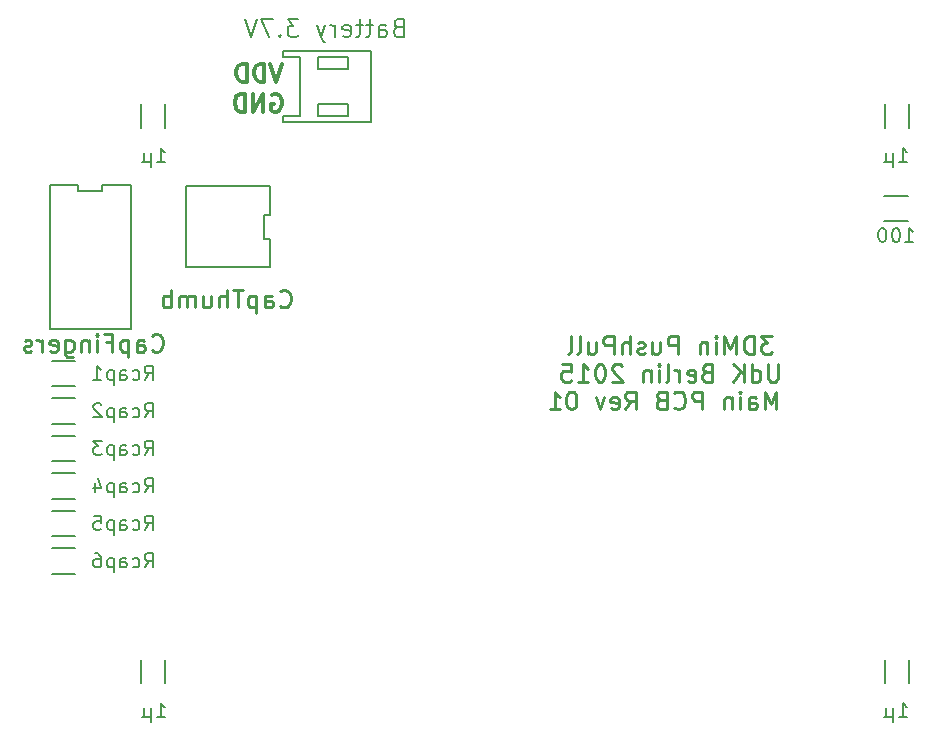
<source format=gbr>
G04 #@! TF.FileFunction,Legend,Bot*
%FSLAX46Y46*%
G04 Gerber Fmt 4.6, Leading zero omitted, Abs format (unit mm)*
G04 Created by KiCad (PCBNEW (2015-05-13 BZR 5653)-product) date Tue 26 May 2015 04:41:06 PM CEST*
%MOMM*%
G01*
G04 APERTURE LIST*
%ADD10C,0.100000*%
%ADD11C,0.300000*%
%ADD12C,0.250000*%
%ADD13C,0.150000*%
%ADD14C,0.200000*%
G04 APERTURE END LIST*
D10*
D11*
X116077857Y-57670000D02*
X116220714Y-57598571D01*
X116435000Y-57598571D01*
X116649285Y-57670000D01*
X116792143Y-57812857D01*
X116863571Y-57955714D01*
X116935000Y-58241429D01*
X116935000Y-58455714D01*
X116863571Y-58741429D01*
X116792143Y-58884286D01*
X116649285Y-59027143D01*
X116435000Y-59098571D01*
X116292143Y-59098571D01*
X116077857Y-59027143D01*
X116006428Y-58955714D01*
X116006428Y-58455714D01*
X116292143Y-58455714D01*
X115363571Y-59098571D02*
X115363571Y-57598571D01*
X114506428Y-59098571D01*
X114506428Y-57598571D01*
X113792142Y-59098571D02*
X113792142Y-57598571D01*
X113434999Y-57598571D01*
X113220714Y-57670000D01*
X113077856Y-57812857D01*
X113006428Y-57955714D01*
X112934999Y-58241429D01*
X112934999Y-58455714D01*
X113006428Y-58741429D01*
X113077856Y-58884286D01*
X113220714Y-59027143D01*
X113434999Y-59098571D01*
X113792142Y-59098571D01*
X116935000Y-55058571D02*
X116435000Y-56558571D01*
X115935000Y-55058571D01*
X115435000Y-56558571D02*
X115435000Y-55058571D01*
X115077857Y-55058571D01*
X114863572Y-55130000D01*
X114720714Y-55272857D01*
X114649286Y-55415714D01*
X114577857Y-55701429D01*
X114577857Y-55915714D01*
X114649286Y-56201429D01*
X114720714Y-56344286D01*
X114863572Y-56487143D01*
X115077857Y-56558571D01*
X115435000Y-56558571D01*
X113935000Y-56558571D02*
X113935000Y-55058571D01*
X113577857Y-55058571D01*
X113363572Y-55130000D01*
X113220714Y-55272857D01*
X113149286Y-55415714D01*
X113077857Y-55701429D01*
X113077857Y-55915714D01*
X113149286Y-56201429D01*
X113220714Y-56344286D01*
X113363572Y-56487143D01*
X113577857Y-56558571D01*
X113935000Y-56558571D01*
D12*
X158439285Y-78108571D02*
X157510714Y-78108571D01*
X158010714Y-78680000D01*
X157796428Y-78680000D01*
X157653571Y-78751429D01*
X157582142Y-78822857D01*
X157510714Y-78965714D01*
X157510714Y-79322857D01*
X157582142Y-79465714D01*
X157653571Y-79537143D01*
X157796428Y-79608571D01*
X158225000Y-79608571D01*
X158367857Y-79537143D01*
X158439285Y-79465714D01*
X156867857Y-79608571D02*
X156867857Y-78108571D01*
X156510714Y-78108571D01*
X156296429Y-78180000D01*
X156153571Y-78322857D01*
X156082143Y-78465714D01*
X156010714Y-78751429D01*
X156010714Y-78965714D01*
X156082143Y-79251429D01*
X156153571Y-79394286D01*
X156296429Y-79537143D01*
X156510714Y-79608571D01*
X156867857Y-79608571D01*
X155367857Y-79608571D02*
X155367857Y-78108571D01*
X154867857Y-79180000D01*
X154367857Y-78108571D01*
X154367857Y-79608571D01*
X153653571Y-79608571D02*
X153653571Y-78608571D01*
X153653571Y-78108571D02*
X153725000Y-78180000D01*
X153653571Y-78251429D01*
X153582143Y-78180000D01*
X153653571Y-78108571D01*
X153653571Y-78251429D01*
X152939285Y-78608571D02*
X152939285Y-79608571D01*
X152939285Y-78751429D02*
X152867857Y-78680000D01*
X152724999Y-78608571D01*
X152510714Y-78608571D01*
X152367857Y-78680000D01*
X152296428Y-78822857D01*
X152296428Y-79608571D01*
X150439285Y-79608571D02*
X150439285Y-78108571D01*
X149867857Y-78108571D01*
X149724999Y-78180000D01*
X149653571Y-78251429D01*
X149582142Y-78394286D01*
X149582142Y-78608571D01*
X149653571Y-78751429D01*
X149724999Y-78822857D01*
X149867857Y-78894286D01*
X150439285Y-78894286D01*
X148296428Y-78608571D02*
X148296428Y-79608571D01*
X148939285Y-78608571D02*
X148939285Y-79394286D01*
X148867857Y-79537143D01*
X148724999Y-79608571D01*
X148510714Y-79608571D01*
X148367857Y-79537143D01*
X148296428Y-79465714D01*
X147653571Y-79537143D02*
X147510714Y-79608571D01*
X147224999Y-79608571D01*
X147082142Y-79537143D01*
X147010714Y-79394286D01*
X147010714Y-79322857D01*
X147082142Y-79180000D01*
X147224999Y-79108571D01*
X147439285Y-79108571D01*
X147582142Y-79037143D01*
X147653571Y-78894286D01*
X147653571Y-78822857D01*
X147582142Y-78680000D01*
X147439285Y-78608571D01*
X147224999Y-78608571D01*
X147082142Y-78680000D01*
X146367856Y-79608571D02*
X146367856Y-78108571D01*
X145724999Y-79608571D02*
X145724999Y-78822857D01*
X145796428Y-78680000D01*
X145939285Y-78608571D01*
X146153570Y-78608571D01*
X146296428Y-78680000D01*
X146367856Y-78751429D01*
X145010713Y-79608571D02*
X145010713Y-78108571D01*
X144439285Y-78108571D01*
X144296427Y-78180000D01*
X144224999Y-78251429D01*
X144153570Y-78394286D01*
X144153570Y-78608571D01*
X144224999Y-78751429D01*
X144296427Y-78822857D01*
X144439285Y-78894286D01*
X145010713Y-78894286D01*
X142867856Y-78608571D02*
X142867856Y-79608571D01*
X143510713Y-78608571D02*
X143510713Y-79394286D01*
X143439285Y-79537143D01*
X143296427Y-79608571D01*
X143082142Y-79608571D01*
X142939285Y-79537143D01*
X142867856Y-79465714D01*
X141939284Y-79608571D02*
X142082142Y-79537143D01*
X142153570Y-79394286D01*
X142153570Y-78108571D01*
X141153570Y-79608571D02*
X141296428Y-79537143D01*
X141367856Y-79394286D01*
X141367856Y-78108571D01*
X158939284Y-80458571D02*
X158939284Y-81672857D01*
X158867856Y-81815714D01*
X158796427Y-81887143D01*
X158653570Y-81958571D01*
X158367856Y-81958571D01*
X158224998Y-81887143D01*
X158153570Y-81815714D01*
X158082141Y-81672857D01*
X158082141Y-80458571D01*
X156724998Y-81958571D02*
X156724998Y-80458571D01*
X156724998Y-81887143D02*
X156867855Y-81958571D01*
X157153569Y-81958571D01*
X157296427Y-81887143D01*
X157367855Y-81815714D01*
X157439284Y-81672857D01*
X157439284Y-81244286D01*
X157367855Y-81101429D01*
X157296427Y-81030000D01*
X157153569Y-80958571D01*
X156867855Y-80958571D01*
X156724998Y-81030000D01*
X156010712Y-81958571D02*
X156010712Y-80458571D01*
X155153569Y-81958571D02*
X155796426Y-81101429D01*
X155153569Y-80458571D02*
X156010712Y-81315714D01*
X152867855Y-81172857D02*
X152653569Y-81244286D01*
X152582141Y-81315714D01*
X152510712Y-81458571D01*
X152510712Y-81672857D01*
X152582141Y-81815714D01*
X152653569Y-81887143D01*
X152796427Y-81958571D01*
X153367855Y-81958571D01*
X153367855Y-80458571D01*
X152867855Y-80458571D01*
X152724998Y-80530000D01*
X152653569Y-80601429D01*
X152582141Y-80744286D01*
X152582141Y-80887143D01*
X152653569Y-81030000D01*
X152724998Y-81101429D01*
X152867855Y-81172857D01*
X153367855Y-81172857D01*
X151296427Y-81887143D02*
X151439284Y-81958571D01*
X151724998Y-81958571D01*
X151867855Y-81887143D01*
X151939284Y-81744286D01*
X151939284Y-81172857D01*
X151867855Y-81030000D01*
X151724998Y-80958571D01*
X151439284Y-80958571D01*
X151296427Y-81030000D01*
X151224998Y-81172857D01*
X151224998Y-81315714D01*
X151939284Y-81458571D01*
X150582141Y-81958571D02*
X150582141Y-80958571D01*
X150582141Y-81244286D02*
X150510713Y-81101429D01*
X150439284Y-81030000D01*
X150296427Y-80958571D01*
X150153570Y-80958571D01*
X149439284Y-81958571D02*
X149582142Y-81887143D01*
X149653570Y-81744286D01*
X149653570Y-80458571D01*
X148867856Y-81958571D02*
X148867856Y-80958571D01*
X148867856Y-80458571D02*
X148939285Y-80530000D01*
X148867856Y-80601429D01*
X148796428Y-80530000D01*
X148867856Y-80458571D01*
X148867856Y-80601429D01*
X148153570Y-80958571D02*
X148153570Y-81958571D01*
X148153570Y-81101429D02*
X148082142Y-81030000D01*
X147939284Y-80958571D01*
X147724999Y-80958571D01*
X147582142Y-81030000D01*
X147510713Y-81172857D01*
X147510713Y-81958571D01*
X145724999Y-80601429D02*
X145653570Y-80530000D01*
X145510713Y-80458571D01*
X145153570Y-80458571D01*
X145010713Y-80530000D01*
X144939284Y-80601429D01*
X144867856Y-80744286D01*
X144867856Y-80887143D01*
X144939284Y-81101429D01*
X145796427Y-81958571D01*
X144867856Y-81958571D01*
X143939285Y-80458571D02*
X143796428Y-80458571D01*
X143653571Y-80530000D01*
X143582142Y-80601429D01*
X143510713Y-80744286D01*
X143439285Y-81030000D01*
X143439285Y-81387143D01*
X143510713Y-81672857D01*
X143582142Y-81815714D01*
X143653571Y-81887143D01*
X143796428Y-81958571D01*
X143939285Y-81958571D01*
X144082142Y-81887143D01*
X144153571Y-81815714D01*
X144224999Y-81672857D01*
X144296428Y-81387143D01*
X144296428Y-81030000D01*
X144224999Y-80744286D01*
X144153571Y-80601429D01*
X144082142Y-80530000D01*
X143939285Y-80458571D01*
X142010714Y-81958571D02*
X142867857Y-81958571D01*
X142439285Y-81958571D02*
X142439285Y-80458571D01*
X142582142Y-80672857D01*
X142725000Y-80815714D01*
X142867857Y-80887143D01*
X140653571Y-80458571D02*
X141367857Y-80458571D01*
X141439286Y-81172857D01*
X141367857Y-81101429D01*
X141225000Y-81030000D01*
X140867857Y-81030000D01*
X140725000Y-81101429D01*
X140653571Y-81172857D01*
X140582143Y-81315714D01*
X140582143Y-81672857D01*
X140653571Y-81815714D01*
X140725000Y-81887143D01*
X140867857Y-81958571D01*
X141225000Y-81958571D01*
X141367857Y-81887143D01*
X141439286Y-81815714D01*
X158796428Y-84308571D02*
X158796428Y-82808571D01*
X158296428Y-83880000D01*
X157796428Y-82808571D01*
X157796428Y-84308571D01*
X156439285Y-84308571D02*
X156439285Y-83522857D01*
X156510714Y-83380000D01*
X156653571Y-83308571D01*
X156939285Y-83308571D01*
X157082142Y-83380000D01*
X156439285Y-84237143D02*
X156582142Y-84308571D01*
X156939285Y-84308571D01*
X157082142Y-84237143D01*
X157153571Y-84094286D01*
X157153571Y-83951429D01*
X157082142Y-83808571D01*
X156939285Y-83737143D01*
X156582142Y-83737143D01*
X156439285Y-83665714D01*
X155724999Y-84308571D02*
X155724999Y-83308571D01*
X155724999Y-82808571D02*
X155796428Y-82880000D01*
X155724999Y-82951429D01*
X155653571Y-82880000D01*
X155724999Y-82808571D01*
X155724999Y-82951429D01*
X155010713Y-83308571D02*
X155010713Y-84308571D01*
X155010713Y-83451429D02*
X154939285Y-83380000D01*
X154796427Y-83308571D01*
X154582142Y-83308571D01*
X154439285Y-83380000D01*
X154367856Y-83522857D01*
X154367856Y-84308571D01*
X152510713Y-84308571D02*
X152510713Y-82808571D01*
X151939285Y-82808571D01*
X151796427Y-82880000D01*
X151724999Y-82951429D01*
X151653570Y-83094286D01*
X151653570Y-83308571D01*
X151724999Y-83451429D01*
X151796427Y-83522857D01*
X151939285Y-83594286D01*
X152510713Y-83594286D01*
X150153570Y-84165714D02*
X150224999Y-84237143D01*
X150439285Y-84308571D01*
X150582142Y-84308571D01*
X150796427Y-84237143D01*
X150939285Y-84094286D01*
X151010713Y-83951429D01*
X151082142Y-83665714D01*
X151082142Y-83451429D01*
X151010713Y-83165714D01*
X150939285Y-83022857D01*
X150796427Y-82880000D01*
X150582142Y-82808571D01*
X150439285Y-82808571D01*
X150224999Y-82880000D01*
X150153570Y-82951429D01*
X149010713Y-83522857D02*
X148796427Y-83594286D01*
X148724999Y-83665714D01*
X148653570Y-83808571D01*
X148653570Y-84022857D01*
X148724999Y-84165714D01*
X148796427Y-84237143D01*
X148939285Y-84308571D01*
X149510713Y-84308571D01*
X149510713Y-82808571D01*
X149010713Y-82808571D01*
X148867856Y-82880000D01*
X148796427Y-82951429D01*
X148724999Y-83094286D01*
X148724999Y-83237143D01*
X148796427Y-83380000D01*
X148867856Y-83451429D01*
X149010713Y-83522857D01*
X149510713Y-83522857D01*
X146010713Y-84308571D02*
X146510713Y-83594286D01*
X146867856Y-84308571D02*
X146867856Y-82808571D01*
X146296428Y-82808571D01*
X146153570Y-82880000D01*
X146082142Y-82951429D01*
X146010713Y-83094286D01*
X146010713Y-83308571D01*
X146082142Y-83451429D01*
X146153570Y-83522857D01*
X146296428Y-83594286D01*
X146867856Y-83594286D01*
X144796428Y-84237143D02*
X144939285Y-84308571D01*
X145224999Y-84308571D01*
X145367856Y-84237143D01*
X145439285Y-84094286D01*
X145439285Y-83522857D01*
X145367856Y-83380000D01*
X145224999Y-83308571D01*
X144939285Y-83308571D01*
X144796428Y-83380000D01*
X144724999Y-83522857D01*
X144724999Y-83665714D01*
X145439285Y-83808571D01*
X144224999Y-83308571D02*
X143867856Y-84308571D01*
X143510714Y-83308571D01*
X141510714Y-82808571D02*
X141367857Y-82808571D01*
X141225000Y-82880000D01*
X141153571Y-82951429D01*
X141082142Y-83094286D01*
X141010714Y-83380000D01*
X141010714Y-83737143D01*
X141082142Y-84022857D01*
X141153571Y-84165714D01*
X141225000Y-84237143D01*
X141367857Y-84308571D01*
X141510714Y-84308571D01*
X141653571Y-84237143D01*
X141725000Y-84165714D01*
X141796428Y-84022857D01*
X141867857Y-83737143D01*
X141867857Y-83380000D01*
X141796428Y-83094286D01*
X141725000Y-82951429D01*
X141653571Y-82880000D01*
X141510714Y-82808571D01*
X139582143Y-84308571D02*
X140439286Y-84308571D01*
X140010714Y-84308571D02*
X140010714Y-82808571D01*
X140153571Y-83022857D01*
X140296429Y-83165714D01*
X140439286Y-83237143D01*
D13*
X170025000Y-58500000D02*
X170025000Y-60500000D01*
X167975000Y-60500000D02*
X167975000Y-58500000D01*
X107025000Y-58500000D02*
X107025000Y-60500000D01*
X104975000Y-60500000D02*
X104975000Y-58500000D01*
X107025000Y-105500000D02*
X107025000Y-107500000D01*
X104975000Y-107500000D02*
X104975000Y-105500000D01*
X170025000Y-105500000D02*
X170025000Y-107500000D01*
X167975000Y-107500000D02*
X167975000Y-105500000D01*
X99425000Y-80205000D02*
X97425000Y-80205000D01*
X97425000Y-82355000D02*
X99425000Y-82355000D01*
X99425000Y-83380000D02*
X97425000Y-83380000D01*
X97425000Y-85530000D02*
X99425000Y-85530000D01*
X99425000Y-86555000D02*
X97425000Y-86555000D01*
X97425000Y-88705000D02*
X99425000Y-88705000D01*
X99425000Y-89730000D02*
X97425000Y-89730000D01*
X97425000Y-91880000D02*
X99425000Y-91880000D01*
X99425000Y-92905000D02*
X97425000Y-92905000D01*
X97425000Y-95055000D02*
X99425000Y-95055000D01*
X99425000Y-96080000D02*
X97425000Y-96080000D01*
X97425000Y-98230000D02*
X99425000Y-98230000D01*
X167910000Y-68385000D02*
X169910000Y-68385000D01*
X169910000Y-66235000D02*
X167910000Y-66235000D01*
X120000000Y-54500000D02*
X120000000Y-55500000D01*
X120000000Y-55500000D02*
X122500000Y-55500000D01*
X122500000Y-55500000D02*
X122500000Y-54500000D01*
X122500000Y-54500000D02*
X120000000Y-54500000D01*
X120000000Y-59500000D02*
X122500000Y-59500000D01*
X122500000Y-59500000D02*
X122500000Y-58500000D01*
X122500000Y-58500000D02*
X120000000Y-58500000D01*
X120000000Y-58500000D02*
X120000000Y-59500000D01*
X124500000Y-54000000D02*
X117000000Y-54000000D01*
X117000000Y-54000000D02*
X117000000Y-54500000D01*
X117000000Y-54500000D02*
X118500000Y-54500000D01*
X118500000Y-54500000D02*
X118500000Y-59500000D01*
X124500000Y-54000000D02*
X124500000Y-60000000D01*
X124500000Y-60000000D02*
X117000000Y-60000000D01*
X117000000Y-60000000D02*
X117000000Y-59500000D01*
X117000000Y-59500000D02*
X118500000Y-59500000D01*
X108839000Y-65405000D02*
X115951000Y-65405000D01*
X112395000Y-72263000D02*
X115951000Y-72263000D01*
X112395000Y-72263000D02*
X108839000Y-72263000D01*
X115951000Y-69850000D02*
X115951000Y-72263000D01*
X115951000Y-67818000D02*
X115951000Y-65405000D01*
X115443000Y-67818000D02*
X115443000Y-69850000D01*
X115951000Y-67818000D02*
X115443000Y-67818000D01*
X115443000Y-69850000D02*
X115951000Y-69850000D01*
X108839000Y-72263000D02*
X108839000Y-65405000D01*
X97282000Y-77470000D02*
X97282000Y-65278000D01*
X104140000Y-77470000D02*
X104140000Y-65278000D01*
X101727000Y-65278000D02*
X104140000Y-65278000D01*
X99695000Y-65278000D02*
X97282000Y-65278000D01*
X99695000Y-65786000D02*
X101727000Y-65786000D01*
X99695000Y-65278000D02*
X99695000Y-65786000D01*
X101727000Y-65786000D02*
X101727000Y-65278000D01*
X104140000Y-77470000D02*
X97282000Y-77470000D01*
D14*
X169195714Y-63407857D02*
X169881429Y-63407857D01*
X169538571Y-63407857D02*
X169538571Y-62207857D01*
X169652857Y-62379286D01*
X169767143Y-62493571D01*
X169881429Y-62550714D01*
X168681429Y-62607857D02*
X168681429Y-63807857D01*
X168110000Y-63236429D02*
X168052857Y-63350714D01*
X167938572Y-63407857D01*
X168681429Y-63236429D02*
X168624286Y-63350714D01*
X168510000Y-63407857D01*
X168281429Y-63407857D01*
X168167143Y-63350714D01*
X168110000Y-63236429D01*
X168110000Y-62607857D01*
X106330714Y-63407857D02*
X107016429Y-63407857D01*
X106673571Y-63407857D02*
X106673571Y-62207857D01*
X106787857Y-62379286D01*
X106902143Y-62493571D01*
X107016429Y-62550714D01*
X105816429Y-62607857D02*
X105816429Y-63807857D01*
X105245000Y-63236429D02*
X105187857Y-63350714D01*
X105073572Y-63407857D01*
X105816429Y-63236429D02*
X105759286Y-63350714D01*
X105645000Y-63407857D01*
X105416429Y-63407857D01*
X105302143Y-63350714D01*
X105245000Y-63236429D01*
X105245000Y-62607857D01*
X106330714Y-110397857D02*
X107016429Y-110397857D01*
X106673571Y-110397857D02*
X106673571Y-109197857D01*
X106787857Y-109369286D01*
X106902143Y-109483571D01*
X107016429Y-109540714D01*
X105816429Y-109597857D02*
X105816429Y-110797857D01*
X105245000Y-110226429D02*
X105187857Y-110340714D01*
X105073572Y-110397857D01*
X105816429Y-110226429D02*
X105759286Y-110340714D01*
X105645000Y-110397857D01*
X105416429Y-110397857D01*
X105302143Y-110340714D01*
X105245000Y-110226429D01*
X105245000Y-109597857D01*
X169195714Y-110397857D02*
X169881429Y-110397857D01*
X169538571Y-110397857D02*
X169538571Y-109197857D01*
X169652857Y-109369286D01*
X169767143Y-109483571D01*
X169881429Y-109540714D01*
X168681429Y-109597857D02*
X168681429Y-110797857D01*
X168110000Y-110226429D02*
X168052857Y-110340714D01*
X167938572Y-110397857D01*
X168681429Y-110226429D02*
X168624286Y-110340714D01*
X168510000Y-110397857D01*
X168281429Y-110397857D01*
X168167143Y-110340714D01*
X168110000Y-110226429D01*
X168110000Y-109597857D01*
X105304999Y-81822857D02*
X105704999Y-81251429D01*
X105990714Y-81822857D02*
X105990714Y-80622857D01*
X105533571Y-80622857D01*
X105419285Y-80680000D01*
X105362142Y-80737143D01*
X105304999Y-80851429D01*
X105304999Y-81022857D01*
X105362142Y-81137143D01*
X105419285Y-81194286D01*
X105533571Y-81251429D01*
X105990714Y-81251429D01*
X104276428Y-81765714D02*
X104390714Y-81822857D01*
X104619285Y-81822857D01*
X104733571Y-81765714D01*
X104790714Y-81708571D01*
X104847857Y-81594286D01*
X104847857Y-81251429D01*
X104790714Y-81137143D01*
X104733571Y-81080000D01*
X104619285Y-81022857D01*
X104390714Y-81022857D01*
X104276428Y-81080000D01*
X103247857Y-81822857D02*
X103247857Y-81194286D01*
X103305000Y-81080000D01*
X103419286Y-81022857D01*
X103647857Y-81022857D01*
X103762143Y-81080000D01*
X103247857Y-81765714D02*
X103362143Y-81822857D01*
X103647857Y-81822857D01*
X103762143Y-81765714D01*
X103819286Y-81651429D01*
X103819286Y-81537143D01*
X103762143Y-81422857D01*
X103647857Y-81365714D01*
X103362143Y-81365714D01*
X103247857Y-81308571D01*
X102676429Y-81022857D02*
X102676429Y-82222857D01*
X102676429Y-81080000D02*
X102562143Y-81022857D01*
X102333572Y-81022857D01*
X102219286Y-81080000D01*
X102162143Y-81137143D01*
X102105000Y-81251429D01*
X102105000Y-81594286D01*
X102162143Y-81708571D01*
X102219286Y-81765714D01*
X102333572Y-81822857D01*
X102562143Y-81822857D01*
X102676429Y-81765714D01*
X100962143Y-81822857D02*
X101647858Y-81822857D01*
X101305000Y-81822857D02*
X101305000Y-80622857D01*
X101419286Y-80794286D01*
X101533572Y-80908571D01*
X101647858Y-80965714D01*
X105304999Y-84997857D02*
X105704999Y-84426429D01*
X105990714Y-84997857D02*
X105990714Y-83797857D01*
X105533571Y-83797857D01*
X105419285Y-83855000D01*
X105362142Y-83912143D01*
X105304999Y-84026429D01*
X105304999Y-84197857D01*
X105362142Y-84312143D01*
X105419285Y-84369286D01*
X105533571Y-84426429D01*
X105990714Y-84426429D01*
X104276428Y-84940714D02*
X104390714Y-84997857D01*
X104619285Y-84997857D01*
X104733571Y-84940714D01*
X104790714Y-84883571D01*
X104847857Y-84769286D01*
X104847857Y-84426429D01*
X104790714Y-84312143D01*
X104733571Y-84255000D01*
X104619285Y-84197857D01*
X104390714Y-84197857D01*
X104276428Y-84255000D01*
X103247857Y-84997857D02*
X103247857Y-84369286D01*
X103305000Y-84255000D01*
X103419286Y-84197857D01*
X103647857Y-84197857D01*
X103762143Y-84255000D01*
X103247857Y-84940714D02*
X103362143Y-84997857D01*
X103647857Y-84997857D01*
X103762143Y-84940714D01*
X103819286Y-84826429D01*
X103819286Y-84712143D01*
X103762143Y-84597857D01*
X103647857Y-84540714D01*
X103362143Y-84540714D01*
X103247857Y-84483571D01*
X102676429Y-84197857D02*
X102676429Y-85397857D01*
X102676429Y-84255000D02*
X102562143Y-84197857D01*
X102333572Y-84197857D01*
X102219286Y-84255000D01*
X102162143Y-84312143D01*
X102105000Y-84426429D01*
X102105000Y-84769286D01*
X102162143Y-84883571D01*
X102219286Y-84940714D01*
X102333572Y-84997857D01*
X102562143Y-84997857D01*
X102676429Y-84940714D01*
X101647858Y-83912143D02*
X101590715Y-83855000D01*
X101476429Y-83797857D01*
X101190715Y-83797857D01*
X101076429Y-83855000D01*
X101019286Y-83912143D01*
X100962143Y-84026429D01*
X100962143Y-84140714D01*
X101019286Y-84312143D01*
X101705000Y-84997857D01*
X100962143Y-84997857D01*
X105304999Y-88172857D02*
X105704999Y-87601429D01*
X105990714Y-88172857D02*
X105990714Y-86972857D01*
X105533571Y-86972857D01*
X105419285Y-87030000D01*
X105362142Y-87087143D01*
X105304999Y-87201429D01*
X105304999Y-87372857D01*
X105362142Y-87487143D01*
X105419285Y-87544286D01*
X105533571Y-87601429D01*
X105990714Y-87601429D01*
X104276428Y-88115714D02*
X104390714Y-88172857D01*
X104619285Y-88172857D01*
X104733571Y-88115714D01*
X104790714Y-88058571D01*
X104847857Y-87944286D01*
X104847857Y-87601429D01*
X104790714Y-87487143D01*
X104733571Y-87430000D01*
X104619285Y-87372857D01*
X104390714Y-87372857D01*
X104276428Y-87430000D01*
X103247857Y-88172857D02*
X103247857Y-87544286D01*
X103305000Y-87430000D01*
X103419286Y-87372857D01*
X103647857Y-87372857D01*
X103762143Y-87430000D01*
X103247857Y-88115714D02*
X103362143Y-88172857D01*
X103647857Y-88172857D01*
X103762143Y-88115714D01*
X103819286Y-88001429D01*
X103819286Y-87887143D01*
X103762143Y-87772857D01*
X103647857Y-87715714D01*
X103362143Y-87715714D01*
X103247857Y-87658571D01*
X102676429Y-87372857D02*
X102676429Y-88572857D01*
X102676429Y-87430000D02*
X102562143Y-87372857D01*
X102333572Y-87372857D01*
X102219286Y-87430000D01*
X102162143Y-87487143D01*
X102105000Y-87601429D01*
X102105000Y-87944286D01*
X102162143Y-88058571D01*
X102219286Y-88115714D01*
X102333572Y-88172857D01*
X102562143Y-88172857D01*
X102676429Y-88115714D01*
X101705000Y-86972857D02*
X100962143Y-86972857D01*
X101362143Y-87430000D01*
X101190715Y-87430000D01*
X101076429Y-87487143D01*
X101019286Y-87544286D01*
X100962143Y-87658571D01*
X100962143Y-87944286D01*
X101019286Y-88058571D01*
X101076429Y-88115714D01*
X101190715Y-88172857D01*
X101533572Y-88172857D01*
X101647858Y-88115714D01*
X101705000Y-88058571D01*
X105304999Y-91347857D02*
X105704999Y-90776429D01*
X105990714Y-91347857D02*
X105990714Y-90147857D01*
X105533571Y-90147857D01*
X105419285Y-90205000D01*
X105362142Y-90262143D01*
X105304999Y-90376429D01*
X105304999Y-90547857D01*
X105362142Y-90662143D01*
X105419285Y-90719286D01*
X105533571Y-90776429D01*
X105990714Y-90776429D01*
X104276428Y-91290714D02*
X104390714Y-91347857D01*
X104619285Y-91347857D01*
X104733571Y-91290714D01*
X104790714Y-91233571D01*
X104847857Y-91119286D01*
X104847857Y-90776429D01*
X104790714Y-90662143D01*
X104733571Y-90605000D01*
X104619285Y-90547857D01*
X104390714Y-90547857D01*
X104276428Y-90605000D01*
X103247857Y-91347857D02*
X103247857Y-90719286D01*
X103305000Y-90605000D01*
X103419286Y-90547857D01*
X103647857Y-90547857D01*
X103762143Y-90605000D01*
X103247857Y-91290714D02*
X103362143Y-91347857D01*
X103647857Y-91347857D01*
X103762143Y-91290714D01*
X103819286Y-91176429D01*
X103819286Y-91062143D01*
X103762143Y-90947857D01*
X103647857Y-90890714D01*
X103362143Y-90890714D01*
X103247857Y-90833571D01*
X102676429Y-90547857D02*
X102676429Y-91747857D01*
X102676429Y-90605000D02*
X102562143Y-90547857D01*
X102333572Y-90547857D01*
X102219286Y-90605000D01*
X102162143Y-90662143D01*
X102105000Y-90776429D01*
X102105000Y-91119286D01*
X102162143Y-91233571D01*
X102219286Y-91290714D01*
X102333572Y-91347857D01*
X102562143Y-91347857D01*
X102676429Y-91290714D01*
X101076429Y-90547857D02*
X101076429Y-91347857D01*
X101362143Y-90090714D02*
X101647858Y-90947857D01*
X100905000Y-90947857D01*
X105304999Y-94522857D02*
X105704999Y-93951429D01*
X105990714Y-94522857D02*
X105990714Y-93322857D01*
X105533571Y-93322857D01*
X105419285Y-93380000D01*
X105362142Y-93437143D01*
X105304999Y-93551429D01*
X105304999Y-93722857D01*
X105362142Y-93837143D01*
X105419285Y-93894286D01*
X105533571Y-93951429D01*
X105990714Y-93951429D01*
X104276428Y-94465714D02*
X104390714Y-94522857D01*
X104619285Y-94522857D01*
X104733571Y-94465714D01*
X104790714Y-94408571D01*
X104847857Y-94294286D01*
X104847857Y-93951429D01*
X104790714Y-93837143D01*
X104733571Y-93780000D01*
X104619285Y-93722857D01*
X104390714Y-93722857D01*
X104276428Y-93780000D01*
X103247857Y-94522857D02*
X103247857Y-93894286D01*
X103305000Y-93780000D01*
X103419286Y-93722857D01*
X103647857Y-93722857D01*
X103762143Y-93780000D01*
X103247857Y-94465714D02*
X103362143Y-94522857D01*
X103647857Y-94522857D01*
X103762143Y-94465714D01*
X103819286Y-94351429D01*
X103819286Y-94237143D01*
X103762143Y-94122857D01*
X103647857Y-94065714D01*
X103362143Y-94065714D01*
X103247857Y-94008571D01*
X102676429Y-93722857D02*
X102676429Y-94922857D01*
X102676429Y-93780000D02*
X102562143Y-93722857D01*
X102333572Y-93722857D01*
X102219286Y-93780000D01*
X102162143Y-93837143D01*
X102105000Y-93951429D01*
X102105000Y-94294286D01*
X102162143Y-94408571D01*
X102219286Y-94465714D01*
X102333572Y-94522857D01*
X102562143Y-94522857D01*
X102676429Y-94465714D01*
X101019286Y-93322857D02*
X101590715Y-93322857D01*
X101647858Y-93894286D01*
X101590715Y-93837143D01*
X101476429Y-93780000D01*
X101190715Y-93780000D01*
X101076429Y-93837143D01*
X101019286Y-93894286D01*
X100962143Y-94008571D01*
X100962143Y-94294286D01*
X101019286Y-94408571D01*
X101076429Y-94465714D01*
X101190715Y-94522857D01*
X101476429Y-94522857D01*
X101590715Y-94465714D01*
X101647858Y-94408571D01*
X105304999Y-97697857D02*
X105704999Y-97126429D01*
X105990714Y-97697857D02*
X105990714Y-96497857D01*
X105533571Y-96497857D01*
X105419285Y-96555000D01*
X105362142Y-96612143D01*
X105304999Y-96726429D01*
X105304999Y-96897857D01*
X105362142Y-97012143D01*
X105419285Y-97069286D01*
X105533571Y-97126429D01*
X105990714Y-97126429D01*
X104276428Y-97640714D02*
X104390714Y-97697857D01*
X104619285Y-97697857D01*
X104733571Y-97640714D01*
X104790714Y-97583571D01*
X104847857Y-97469286D01*
X104847857Y-97126429D01*
X104790714Y-97012143D01*
X104733571Y-96955000D01*
X104619285Y-96897857D01*
X104390714Y-96897857D01*
X104276428Y-96955000D01*
X103247857Y-97697857D02*
X103247857Y-97069286D01*
X103305000Y-96955000D01*
X103419286Y-96897857D01*
X103647857Y-96897857D01*
X103762143Y-96955000D01*
X103247857Y-97640714D02*
X103362143Y-97697857D01*
X103647857Y-97697857D01*
X103762143Y-97640714D01*
X103819286Y-97526429D01*
X103819286Y-97412143D01*
X103762143Y-97297857D01*
X103647857Y-97240714D01*
X103362143Y-97240714D01*
X103247857Y-97183571D01*
X102676429Y-96897857D02*
X102676429Y-98097857D01*
X102676429Y-96955000D02*
X102562143Y-96897857D01*
X102333572Y-96897857D01*
X102219286Y-96955000D01*
X102162143Y-97012143D01*
X102105000Y-97126429D01*
X102105000Y-97469286D01*
X102162143Y-97583571D01*
X102219286Y-97640714D01*
X102333572Y-97697857D01*
X102562143Y-97697857D01*
X102676429Y-97640714D01*
X101076429Y-96497857D02*
X101305000Y-96497857D01*
X101419286Y-96555000D01*
X101476429Y-96612143D01*
X101590715Y-96783571D01*
X101647858Y-97012143D01*
X101647858Y-97469286D01*
X101590715Y-97583571D01*
X101533572Y-97640714D01*
X101419286Y-97697857D01*
X101190715Y-97697857D01*
X101076429Y-97640714D01*
X101019286Y-97583571D01*
X100962143Y-97469286D01*
X100962143Y-97183571D01*
X101019286Y-97069286D01*
X101076429Y-97012143D01*
X101190715Y-96955000D01*
X101419286Y-96955000D01*
X101533572Y-97012143D01*
X101590715Y-97069286D01*
X101647858Y-97183571D01*
X169709999Y-70152857D02*
X170395714Y-70152857D01*
X170052856Y-70152857D02*
X170052856Y-68952857D01*
X170167142Y-69124286D01*
X170281428Y-69238571D01*
X170395714Y-69295714D01*
X168967142Y-68952857D02*
X168852857Y-68952857D01*
X168738571Y-69010000D01*
X168681428Y-69067143D01*
X168624285Y-69181429D01*
X168567142Y-69410000D01*
X168567142Y-69695714D01*
X168624285Y-69924286D01*
X168681428Y-70038571D01*
X168738571Y-70095714D01*
X168852857Y-70152857D01*
X168967142Y-70152857D01*
X169081428Y-70095714D01*
X169138571Y-70038571D01*
X169195714Y-69924286D01*
X169252857Y-69695714D01*
X169252857Y-69410000D01*
X169195714Y-69181429D01*
X169138571Y-69067143D01*
X169081428Y-69010000D01*
X168967142Y-68952857D01*
X167824285Y-68952857D02*
X167710000Y-68952857D01*
X167595714Y-69010000D01*
X167538571Y-69067143D01*
X167481428Y-69181429D01*
X167424285Y-69410000D01*
X167424285Y-69695714D01*
X167481428Y-69924286D01*
X167538571Y-70038571D01*
X167595714Y-70095714D01*
X167710000Y-70152857D01*
X167824285Y-70152857D01*
X167938571Y-70095714D01*
X167995714Y-70038571D01*
X168052857Y-69924286D01*
X168110000Y-69695714D01*
X168110000Y-69410000D01*
X168052857Y-69181429D01*
X167995714Y-69067143D01*
X167938571Y-69010000D01*
X167824285Y-68952857D01*
X126757142Y-51962857D02*
X126542856Y-52034286D01*
X126471428Y-52105714D01*
X126399999Y-52248571D01*
X126399999Y-52462857D01*
X126471428Y-52605714D01*
X126542856Y-52677143D01*
X126685714Y-52748571D01*
X127257142Y-52748571D01*
X127257142Y-51248571D01*
X126757142Y-51248571D01*
X126614285Y-51320000D01*
X126542856Y-51391429D01*
X126471428Y-51534286D01*
X126471428Y-51677143D01*
X126542856Y-51820000D01*
X126614285Y-51891429D01*
X126757142Y-51962857D01*
X127257142Y-51962857D01*
X125114285Y-52748571D02*
X125114285Y-51962857D01*
X125185714Y-51820000D01*
X125328571Y-51748571D01*
X125614285Y-51748571D01*
X125757142Y-51820000D01*
X125114285Y-52677143D02*
X125257142Y-52748571D01*
X125614285Y-52748571D01*
X125757142Y-52677143D01*
X125828571Y-52534286D01*
X125828571Y-52391429D01*
X125757142Y-52248571D01*
X125614285Y-52177143D01*
X125257142Y-52177143D01*
X125114285Y-52105714D01*
X124614285Y-51748571D02*
X124042856Y-51748571D01*
X124399999Y-51248571D02*
X124399999Y-52534286D01*
X124328571Y-52677143D01*
X124185713Y-52748571D01*
X124042856Y-52748571D01*
X123757142Y-51748571D02*
X123185713Y-51748571D01*
X123542856Y-51248571D02*
X123542856Y-52534286D01*
X123471428Y-52677143D01*
X123328570Y-52748571D01*
X123185713Y-52748571D01*
X122114285Y-52677143D02*
X122257142Y-52748571D01*
X122542856Y-52748571D01*
X122685713Y-52677143D01*
X122757142Y-52534286D01*
X122757142Y-51962857D01*
X122685713Y-51820000D01*
X122542856Y-51748571D01*
X122257142Y-51748571D01*
X122114285Y-51820000D01*
X122042856Y-51962857D01*
X122042856Y-52105714D01*
X122757142Y-52248571D01*
X121399999Y-52748571D02*
X121399999Y-51748571D01*
X121399999Y-52034286D02*
X121328571Y-51891429D01*
X121257142Y-51820000D01*
X121114285Y-51748571D01*
X120971428Y-51748571D01*
X120614285Y-51748571D02*
X120257142Y-52748571D01*
X119900000Y-51748571D02*
X120257142Y-52748571D01*
X120400000Y-53105714D01*
X120471428Y-53177143D01*
X120614285Y-53248571D01*
X118328571Y-51248571D02*
X117400000Y-51248571D01*
X117900000Y-51820000D01*
X117685714Y-51820000D01*
X117542857Y-51891429D01*
X117471428Y-51962857D01*
X117400000Y-52105714D01*
X117400000Y-52462857D01*
X117471428Y-52605714D01*
X117542857Y-52677143D01*
X117685714Y-52748571D01*
X118114286Y-52748571D01*
X118257143Y-52677143D01*
X118328571Y-52605714D01*
X116757143Y-52605714D02*
X116685715Y-52677143D01*
X116757143Y-52748571D01*
X116828572Y-52677143D01*
X116757143Y-52605714D01*
X116757143Y-52748571D01*
X116185714Y-51248571D02*
X115185714Y-51248571D01*
X115828571Y-52748571D01*
X114828572Y-51248571D02*
X114328572Y-52748571D01*
X113828572Y-51248571D01*
D12*
X116750000Y-75535714D02*
X116821429Y-75607143D01*
X117035715Y-75678571D01*
X117178572Y-75678571D01*
X117392857Y-75607143D01*
X117535715Y-75464286D01*
X117607143Y-75321429D01*
X117678572Y-75035714D01*
X117678572Y-74821429D01*
X117607143Y-74535714D01*
X117535715Y-74392857D01*
X117392857Y-74250000D01*
X117178572Y-74178571D01*
X117035715Y-74178571D01*
X116821429Y-74250000D01*
X116750000Y-74321429D01*
X115464286Y-75678571D02*
X115464286Y-74892857D01*
X115535715Y-74750000D01*
X115678572Y-74678571D01*
X115964286Y-74678571D01*
X116107143Y-74750000D01*
X115464286Y-75607143D02*
X115607143Y-75678571D01*
X115964286Y-75678571D01*
X116107143Y-75607143D01*
X116178572Y-75464286D01*
X116178572Y-75321429D01*
X116107143Y-75178571D01*
X115964286Y-75107143D01*
X115607143Y-75107143D01*
X115464286Y-75035714D01*
X114750000Y-74678571D02*
X114750000Y-76178571D01*
X114750000Y-74750000D02*
X114607143Y-74678571D01*
X114321429Y-74678571D01*
X114178572Y-74750000D01*
X114107143Y-74821429D01*
X114035714Y-74964286D01*
X114035714Y-75392857D01*
X114107143Y-75535714D01*
X114178572Y-75607143D01*
X114321429Y-75678571D01*
X114607143Y-75678571D01*
X114750000Y-75607143D01*
X113607143Y-74178571D02*
X112750000Y-74178571D01*
X113178571Y-75678571D02*
X113178571Y-74178571D01*
X112250000Y-75678571D02*
X112250000Y-74178571D01*
X111607143Y-75678571D02*
X111607143Y-74892857D01*
X111678572Y-74750000D01*
X111821429Y-74678571D01*
X112035714Y-74678571D01*
X112178572Y-74750000D01*
X112250000Y-74821429D01*
X110250000Y-74678571D02*
X110250000Y-75678571D01*
X110892857Y-74678571D02*
X110892857Y-75464286D01*
X110821429Y-75607143D01*
X110678571Y-75678571D01*
X110464286Y-75678571D01*
X110321429Y-75607143D01*
X110250000Y-75535714D01*
X109535714Y-75678571D02*
X109535714Y-74678571D01*
X109535714Y-74821429D02*
X109464286Y-74750000D01*
X109321428Y-74678571D01*
X109107143Y-74678571D01*
X108964286Y-74750000D01*
X108892857Y-74892857D01*
X108892857Y-75678571D01*
X108892857Y-74892857D02*
X108821428Y-74750000D01*
X108678571Y-74678571D01*
X108464286Y-74678571D01*
X108321428Y-74750000D01*
X108250000Y-74892857D01*
X108250000Y-75678571D01*
X107535714Y-75678571D02*
X107535714Y-74178571D01*
X107535714Y-74750000D02*
X107392857Y-74678571D01*
X107107143Y-74678571D01*
X106964286Y-74750000D01*
X106892857Y-74821429D01*
X106821428Y-74964286D01*
X106821428Y-75392857D01*
X106892857Y-75535714D01*
X106964286Y-75607143D01*
X107107143Y-75678571D01*
X107392857Y-75678571D01*
X107535714Y-75607143D01*
X105929285Y-79275714D02*
X106000714Y-79347143D01*
X106215000Y-79418571D01*
X106357857Y-79418571D01*
X106572142Y-79347143D01*
X106715000Y-79204286D01*
X106786428Y-79061429D01*
X106857857Y-78775714D01*
X106857857Y-78561429D01*
X106786428Y-78275714D01*
X106715000Y-78132857D01*
X106572142Y-77990000D01*
X106357857Y-77918571D01*
X106215000Y-77918571D01*
X106000714Y-77990000D01*
X105929285Y-78061429D01*
X104643571Y-79418571D02*
X104643571Y-78632857D01*
X104715000Y-78490000D01*
X104857857Y-78418571D01*
X105143571Y-78418571D01*
X105286428Y-78490000D01*
X104643571Y-79347143D02*
X104786428Y-79418571D01*
X105143571Y-79418571D01*
X105286428Y-79347143D01*
X105357857Y-79204286D01*
X105357857Y-79061429D01*
X105286428Y-78918571D01*
X105143571Y-78847143D01*
X104786428Y-78847143D01*
X104643571Y-78775714D01*
X103929285Y-78418571D02*
X103929285Y-79918571D01*
X103929285Y-78490000D02*
X103786428Y-78418571D01*
X103500714Y-78418571D01*
X103357857Y-78490000D01*
X103286428Y-78561429D01*
X103214999Y-78704286D01*
X103214999Y-79132857D01*
X103286428Y-79275714D01*
X103357857Y-79347143D01*
X103500714Y-79418571D01*
X103786428Y-79418571D01*
X103929285Y-79347143D01*
X102072142Y-78632857D02*
X102572142Y-78632857D01*
X102572142Y-79418571D02*
X102572142Y-77918571D01*
X101857856Y-77918571D01*
X101286428Y-79418571D02*
X101286428Y-78418571D01*
X101286428Y-77918571D02*
X101357857Y-77990000D01*
X101286428Y-78061429D01*
X101215000Y-77990000D01*
X101286428Y-77918571D01*
X101286428Y-78061429D01*
X100572142Y-78418571D02*
X100572142Y-79418571D01*
X100572142Y-78561429D02*
X100500714Y-78490000D01*
X100357856Y-78418571D01*
X100143571Y-78418571D01*
X100000714Y-78490000D01*
X99929285Y-78632857D01*
X99929285Y-79418571D01*
X98572142Y-78418571D02*
X98572142Y-79632857D01*
X98643571Y-79775714D01*
X98714999Y-79847143D01*
X98857856Y-79918571D01*
X99072142Y-79918571D01*
X99214999Y-79847143D01*
X98572142Y-79347143D02*
X98714999Y-79418571D01*
X99000713Y-79418571D01*
X99143571Y-79347143D01*
X99214999Y-79275714D01*
X99286428Y-79132857D01*
X99286428Y-78704286D01*
X99214999Y-78561429D01*
X99143571Y-78490000D01*
X99000713Y-78418571D01*
X98714999Y-78418571D01*
X98572142Y-78490000D01*
X97286428Y-79347143D02*
X97429285Y-79418571D01*
X97714999Y-79418571D01*
X97857856Y-79347143D01*
X97929285Y-79204286D01*
X97929285Y-78632857D01*
X97857856Y-78490000D01*
X97714999Y-78418571D01*
X97429285Y-78418571D01*
X97286428Y-78490000D01*
X97214999Y-78632857D01*
X97214999Y-78775714D01*
X97929285Y-78918571D01*
X96572142Y-79418571D02*
X96572142Y-78418571D01*
X96572142Y-78704286D02*
X96500714Y-78561429D01*
X96429285Y-78490000D01*
X96286428Y-78418571D01*
X96143571Y-78418571D01*
X95715000Y-79347143D02*
X95572143Y-79418571D01*
X95286428Y-79418571D01*
X95143571Y-79347143D01*
X95072143Y-79204286D01*
X95072143Y-79132857D01*
X95143571Y-78990000D01*
X95286428Y-78918571D01*
X95500714Y-78918571D01*
X95643571Y-78847143D01*
X95715000Y-78704286D01*
X95715000Y-78632857D01*
X95643571Y-78490000D01*
X95500714Y-78418571D01*
X95286428Y-78418571D01*
X95143571Y-78490000D01*
M02*

</source>
